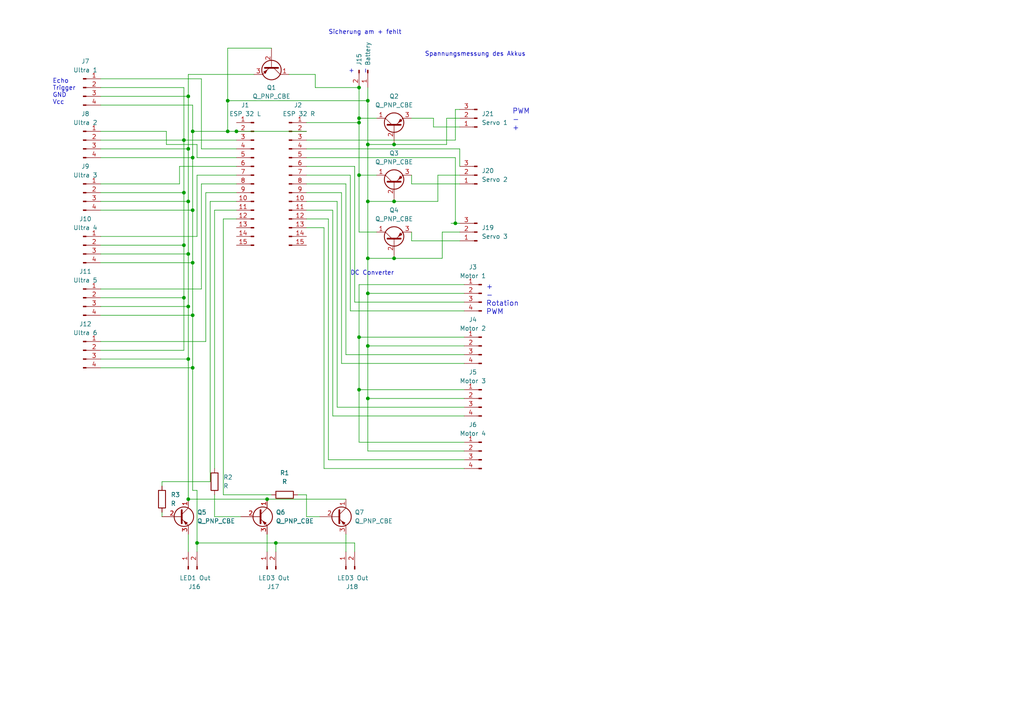
<source format=kicad_sch>
(kicad_sch (version 20230121) (generator eeschema)
  (paper "A4")
  (lib_symbols
    (symbol "Connector:Conn_01x02_Pin" (pin_names (offset 1.016) hide)
      (property "Reference" "J" (at 0 2.54 0))
      (property "Value" "Conn_01x02_Pin" (at 0 -5.08 0))
      (symbol "Conn_01x02_Pin_1_1"
        (polyline (pts (xy 1.27 -2.54) (xy 0.8636 -2.54)) (stroke (width 0.1524)))
        (polyline (pts (xy 1.27 0) (xy 0.8636 0)) (stroke (width 0.1524)))
        (rectangle (start 0.8636 -2.413) (end 0 -2.667) (stroke (width 0.1524)) (fill (type outline)))
        (rectangle (start 0.8636 0.127) (end 0 -0.127) (stroke (width 0.1524)) (fill (type outline)))
        (pin passive line (at 5.08 0 180) (length 3.81) (name "Pin_1") (number "1"))
        (pin passive line (at 5.08 -2.54 180) (length 3.81) (name "Pin_2") (number "2"))
      )
    )
    (symbol "Connector:Conn_01x03_Pin" (pin_names (offset 1.016) hide)
      (property "Reference" "J" (at 0 5.08 0))
      (property "Value" "Conn_01x03_Pin" (at 0 -5.08 0))
      (symbol "Conn_01x03_Pin_1_1"
        (polyline (pts (xy 1.27 -2.54) (xy 0.8636 -2.54)) (stroke (width 0.1524)))
        (polyline (pts (xy 1.27 0) (xy 0.8636 0)) (stroke (width 0.1524)))
        (polyline (pts (xy 1.27 2.54) (xy 0.8636 2.54)) (stroke (width 0.1524)))
        (rectangle (start 0.8636 -2.413) (end 0 -2.667) (stroke (width 0.1524)) (fill (type outline)))
        (rectangle (start 0.8636 0.127) (end 0 -0.127) (stroke (width 0.1524)) (fill (type outline)))
        (rectangle (start 0.8636 2.667) (end 0 2.413) (stroke (width 0.1524)) (fill (type outline)))
        (pin passive line (at 5.08 2.54 180) (length 3.81) (name "Pin_1") (number "1"))
        (pin passive line (at 5.08 0 180) (length 3.81) (name "Pin_2") (number "2"))
        (pin passive line (at 5.08 -2.54 180) (length 3.81) (name "Pin_3") (number "3"))
      )
    )
    (symbol "Connector:Conn_01x04_Pin" (pin_names (offset 1.016) hide)
      (property "Reference" "J" (at 0 5.08 0))
      (property "Value" "Conn_01x04_Pin" (at 0 -7.62 0))
      (symbol "Conn_01x04_Pin_1_1"
        (polyline (pts (xy 1.27 -5.08) (xy 0.8636 -5.08)) (stroke (width 0.1524)))
        (polyline (pts (xy 1.27 -2.54) (xy 0.8636 -2.54)) (stroke (width 0.1524)))
        (polyline (pts (xy 1.27 0) (xy 0.8636 0)) (stroke (width 0.1524)))
        (polyline (pts (xy 1.27 2.54) (xy 0.8636 2.54)) (stroke (width 0.1524)))
        (rectangle (start 0.8636 -4.953) (end 0 -5.207) (stroke (width 0.1524)) (fill (type outline)))
        (rectangle (start 0.8636 -2.413) (end 0 -2.667) (stroke (width 0.1524)) (fill (type outline)))
        (rectangle (start 0.8636 0.127) (end 0 -0.127) (stroke (width 0.1524)) (fill (type outline)))
        (rectangle (start 0.8636 2.667) (end 0 2.413) (stroke (width 0.1524)) (fill (type outline)))
        (pin passive line (at 5.08 2.54 180) (length 3.81) (name "Pin_1") (number "1"))
        (pin passive line (at 5.08 0 180) (length 3.81) (name "Pin_2") (number "2"))
        (pin passive line (at 5.08 -2.54 180) (length 3.81) (name "Pin_3") (number "3"))
        (pin passive line (at 5.08 -5.08 180) (length 3.81) (name "Pin_4") (number "4"))
      )
    )
    (symbol "Connector:Conn_01x15_Pin" (pin_names (offset 1.016) hide)
      (property "Reference" "J" (at 0 20.32 0))
      (property "Value" "Conn_01x15_Pin" (at 0 -20.32 0))
      (symbol "Conn_01x15_Pin_1_1"
        (polyline (pts (xy 1.27 -17.78) (xy 0.8636 -17.78)) (stroke (width 0.1524)))
        (polyline (pts (xy 1.27 -15.24) (xy 0.8636 -15.24)) (stroke (width 0.1524)))
        (polyline (pts (xy 1.27 -12.7) (xy 0.8636 -12.7)) (stroke (width 0.1524)))
        (polyline (pts (xy 1.27 -10.16) (xy 0.8636 -10.16)) (stroke (width 0.1524)))
        (polyline (pts (xy 1.27 -7.62) (xy 0.8636 -7.62)) (stroke (width 0.1524)))
        (polyline (pts (xy 1.27 -5.08) (xy 0.8636 -5.08)) (stroke (width 0.1524)))
        (polyline (pts (xy 1.27 -2.54) (xy 0.8636 -2.54)) (stroke (width 0.1524)))
        (polyline (pts (xy 1.27 0) (xy 0.8636 0)) (stroke (width 0.1524)))
        (polyline (pts (xy 1.27 2.54) (xy 0.8636 2.54)) (stroke (width 0.1524)))
        (polyline (pts (xy 1.27 5.08) (xy 0.8636 5.08)) (stroke (width 0.1524)))
        (polyline (pts (xy 1.27 7.62) (xy 0.8636 7.62)) (stroke (width 0.1524)))
        (polyline (pts (xy 1.27 10.16) (xy 0.8636 10.16)) (stroke (width 0.1524)))
        (polyline (pts (xy 1.27 12.7) (xy 0.8636 12.7)) (stroke (width 0.1524)))
        (polyline (pts (xy 1.27 15.24) (xy 0.8636 15.24)) (stroke (width 0.1524)))
        (polyline (pts (xy 1.27 17.78) (xy 0.8636 17.78)) (stroke (width 0.1524)))
        (rectangle (start 0.8636 -17.653) (end 0 -17.907) (stroke (width 0.1524)) (fill (type outline)))
        (rectangle (start 0.8636 -15.113) (end 0 -15.367) (stroke (width 0.1524)) (fill (type outline)))
        (rectangle (start 0.8636 -12.573) (end 0 -12.827) (stroke (width 0.1524)) (fill (type outline)))
        (rectangle (start 0.8636 -10.033) (end 0 -10.287) (stroke (width 0.1524)) (fill (type outline)))
        (rectangle (start 0.8636 -7.493) (end 0 -7.747) (stroke (width 0.1524)) (fill (type outline)))
        (rectangle (start 0.8636 -4.953) (end 0 -5.207) (stroke (width 0.1524)) (fill (type outline)))
        (rectangle (start 0.8636 -2.413) (end 0 -2.667) (stroke (width 0.1524)) (fill (type outline)))
        (rectangle (start 0.8636 0.127) (end 0 -0.127) (stroke (width 0.1524)) (fill (type outline)))
        (rectangle (start 0.8636 2.667) (end 0 2.413) (stroke (width 0.1524)) (fill (type outline)))
        (rectangle (start 0.8636 5.207) (end 0 4.953) (stroke (width 0.1524)) (fill (type outline)))
        (rectangle (start 0.8636 7.747) (end 0 7.493) (stroke (width 0.1524)) (fill (type outline)))
        (rectangle (start 0.8636 10.287) (end 0 10.033) (stroke (width 0.1524)) (fill (type outline)))
        (rectangle (start 0.8636 12.827) (end 0 12.573) (stroke (width 0.1524)) (fill (type outline)))
        (rectangle (start 0.8636 15.367) (end 0 15.113) (stroke (width 0.1524)) (fill (type outline)))
        (rectangle (start 0.8636 17.907) (end 0 17.653) (stroke (width 0.1524)) (fill (type outline)))
        (pin passive line (at 5.08 17.78 180) (length 3.81) (name "Pin_1") (number "1"))
        (pin passive line (at 5.08 -5.08 180) (length 3.81) (name "Pin_10") (number "10"))
        (pin passive line (at 5.08 -7.62 180) (length 3.81) (name "Pin_11") (number "11"))
        (pin passive line (at 5.08 -10.16 180) (length 3.81) (name "Pin_12") (number "12"))
        (pin passive line (at 5.08 -12.7 180) (length 3.81) (name "Pin_13") (number "13"))
        (pin passive line (at 5.08 -15.24 180) (length 3.81) (name "Pin_14") (number "14"))
        (pin passive line (at 5.08 -17.78 180) (length 3.81) (name "Pin_15") (number "15"))
        (pin passive line (at 5.08 15.24 180) (length 3.81) (name "Pin_2") (number "2"))
        (pin passive line (at 5.08 12.7 180) (length 3.81) (name "Pin_3") (number "3"))
        (pin passive line (at 5.08 10.16 180) (length 3.81) (name "Pin_4") (number "4"))
        (pin passive line (at 5.08 7.62 180) (length 3.81) (name "Pin_5") (number "5"))
        (pin passive line (at 5.08 5.08 180) (length 3.81) (name "Pin_6") (number "6"))
        (pin passive line (at 5.08 2.54 180) (length 3.81) (name "Pin_7") (number "7"))
        (pin passive line (at 5.08 0 180) (length 3.81) (name "Pin_8") (number "8"))
        (pin passive line (at 5.08 -2.54 180) (length 3.81) (name "Pin_9") (number "9"))
      )
    )
    (symbol "Device:Q_PNP_CBE" (pin_names (offset 0) hide)
      (property "Reference" "Q" (at 5.08 1.27 0))
      (property "Value" "Q_PNP_CBE" (at 5.08 -1.27 0))
      (symbol "Q_PNP_CBE_0_1"
        (polyline (pts (xy 0.635 0.635) (xy 2.54 2.54)))
        (polyline (pts (xy 0.635 -0.635) (xy 2.54 -2.54) (xy 2.54 -2.54)))
        (polyline (pts (xy 0.635 1.905) (xy 0.635 -1.905) (xy 0.635 -1.905)) (stroke (width 0.508)))
        (polyline (pts (xy 2.286 -1.778) (xy 1.778 -2.286) (xy 1.27 -1.27) (xy 2.286 -1.778) (xy 2.286 -1.778)) (fill (type outline)))
        (circle (center 1.27 0) (radius 2.8194) (stroke (width 0.254)))
      )
      (symbol "Q_PNP_CBE_1_1"
        (pin passive line (at 2.54 5.08 270) (length 2.54) (name "C") (number "1"))
        (pin input line (at -5.08 0 0) (length 5.715) (name "B") (number "2"))
        (pin passive line (at 2.54 -5.08 90) (length 2.54) (name "E") (number "3"))
      )
    )
    (symbol "Device:R" (pin_numbers hide) (pin_names (offset 0))
      (property "Reference" "R" (at 2.032 0 90))
      (property "Value" "R" (at 0 0 90))
      (symbol "R_0_1"
        (rectangle (start -1.016 -2.54) (end 1.016 2.54) (stroke (width 0.254)))
      )
      (symbol "R_1_1"
        (pin passive line (at 0 3.81 270) (length 1.27) (name "~") (number "1"))
        (pin passive line (at 0 -3.81 90) (length 1.27) (name "~") (number "2"))
      )
    )
  )
  (junction (at 104.14 34.29))
  (junction (at 54.61 27.94))
  (junction (at 54.61 73.66))
  (junction (at 114.3 58.42))
  (junction (at 55.88 106.68))
  (junction (at 104.14 97.79))
  (junction (at 106.68 115.57))
  (junction (at 54.61 88.9))
  (junction (at 53.34 40.64))
  (junction (at 132.08 64.77))
  (junction (at 77.47 144.78))
  (junction (at 104.14 50.8))
  (junction (at 114.3 74.93))
  (junction (at 104.14 35.56))
  (junction (at 54.61 144.78))
  (junction (at 53.34 55.88))
  (junction (at 106.68 85.09))
  (junction (at 55.88 45.72))
  (junction (at 114.3 41.91))
  (junction (at 80.01 157.48))
  (junction (at 53.34 86.36))
  (junction (at 68.58 38.1))
  (junction (at 53.34 71.12))
  (junction (at 55.88 76.2))
  (junction (at 104.14 113.03))
  (junction (at 106.68 29.21))
  (junction (at 106.68 41.91))
  (junction (at 106.68 100.33))
  (junction (at 54.61 104.14))
  (junction (at 66.04 29.21))
  (junction (at 55.88 38.1))
  (junction (at 55.88 91.44))
  (junction (at 57.15 157.48))
  (junction (at 104.14 25.4))
  (junction (at 55.88 60.96))
  (junction (at 54.61 58.42))
  (junction (at 106.68 58.42))
  (junction (at 54.61 43.18))
  (junction (at 106.68 74.93))
  (junction (at 66.04 38.1))
  (wire (pts (xy 130.81 64.77) (xy 132.08 64.77)))
  (wire (pts (xy 114.3 74.93) (xy 128.27 74.93)))
  (wire (pts (xy 68.58 43.18) (xy 58.42 43.18)))
  (wire (pts (xy 57.15 157.48) (xy 57.15 160.02)))
  (wire (pts (xy 77.47 154.94) (xy 77.47 160.02)))
  (wire (pts (xy 125.73 36.83) (xy 133.35 36.83)))
  (wire (pts (xy 58.42 53.34) (xy 58.42 83.82)))
  (wire (pts (xy 93.98 66.04) (xy 88.9 66.04)))
  (wire (pts (xy 104.14 113.03) (xy 104.14 97.79)))
  (wire (pts (xy 55.88 60.96) (xy 55.88 76.2)))
  (wire (pts (xy 106.68 29.21) (xy 106.68 41.91)))
  (wire (pts (xy 102.87 87.63) (xy 134.62 87.63)))
  (wire (pts (xy 64.77 143.51) (xy 78.74 143.51)))
  (wire (pts (xy 29.21 45.72) (xy 55.88 45.72)))
  (wire (pts (xy 134.62 97.79) (xy 104.14 97.79)))
  (wire (pts (xy 53.34 86.36) (xy 53.34 101.6)))
  (wire (pts (xy 104.14 25.4) (xy 104.14 34.29)))
  (wire (pts (xy 91.44 21.59) (xy 83.82 21.59)))
  (wire (pts (xy 68.58 40.64) (xy 53.34 40.64)))
  (wire (pts (xy 95.25 63.5) (xy 88.9 63.5)))
  (wire (pts (xy 88.9 55.88) (xy 99.06 55.88)))
  (wire (pts (xy 29.21 30.48) (xy 55.88 30.48)))
  (wire (pts (xy 106.68 115.57) (xy 134.62 115.57)))
  (wire (pts (xy 106.68 29.21) (xy 66.04 29.21)))
  (wire (pts (xy 54.61 27.94) (xy 54.61 43.18)))
  (wire (pts (xy 59.69 55.88) (xy 59.69 99.06)))
  (wire (pts (xy 134.62 105.41) (xy 99.06 105.41)))
  (wire (pts (xy 29.21 60.96) (xy 55.88 60.96)))
  (wire (pts (xy 88.9 35.56) (xy 104.14 35.56)))
  (wire (pts (xy 88.9 43.18) (xy 133.35 43.18)))
  (wire (pts (xy 102.87 87.63) (xy 102.87 48.26)))
  (wire (pts (xy 78.74 13.97) (xy 66.04 13.97)))
  (wire (pts (xy 68.58 50.8) (xy 57.15 50.8)))
  (wire (pts (xy 29.21 27.94) (xy 54.61 27.94)))
  (wire (pts (xy 68.58 63.5) (xy 64.77 63.5)))
  (wire (pts (xy 29.21 91.44) (xy 55.88 91.44)))
  (wire (pts (xy 46.99 139.7) (xy 46.99 140.97)))
  (wire (pts (xy 53.34 25.4) (xy 53.34 40.64)))
  (wire (pts (xy 66.04 38.1) (xy 68.58 38.1)))
  (wire (pts (xy 66.04 13.97) (xy 66.04 29.21)))
  (wire (pts (xy 119.38 67.31) (xy 119.38 69.85)))
  (wire (pts (xy 55.88 142.24) (xy 57.15 142.24)))
  (wire (pts (xy 133.35 50.8) (xy 127 50.8)))
  (wire (pts (xy 55.88 38.1) (xy 55.88 45.72)))
  (wire (pts (xy 129.54 34.29) (xy 133.35 34.29)))
  (wire (pts (xy 68.58 55.88) (xy 59.69 55.88)))
  (wire (pts (xy 133.35 67.31) (xy 128.27 67.31)))
  (wire (pts (xy 134.62 82.55) (xy 104.14 82.55)))
  (wire (pts (xy 29.21 99.06) (xy 59.69 99.06)))
  (wire (pts (xy 104.14 35.56) (xy 104.14 50.8)))
  (wire (pts (xy 68.58 38.1) (xy 88.9 38.1)))
  (wire (pts (xy 97.79 118.11) (xy 97.79 58.42)))
  (wire (pts (xy 106.68 41.91) (xy 114.3 41.91)))
  (wire (pts (xy 106.68 130.81) (xy 134.62 130.81)))
  (wire (pts (xy 29.21 73.66) (xy 54.61 73.66)))
  (wire (pts (xy 106.68 85.09) (xy 134.62 85.09)))
  (wire (pts (xy 132.08 64.77) (xy 133.35 64.77)))
  (wire (pts (xy 62.23 60.96) (xy 68.58 60.96)))
  (wire (pts (xy 54.61 154.94) (xy 54.61 160.02)))
  (wire (pts (xy 29.21 58.42) (xy 54.61 58.42)))
  (wire (pts (xy 53.34 40.64) (xy 53.34 55.88)))
  (wire (pts (xy 99.06 55.88) (xy 99.06 105.41)))
  (wire (pts (xy 95.25 133.35) (xy 134.62 133.35)))
  (wire (pts (xy 106.68 58.42) (xy 114.3 58.42)))
  (wire (pts (xy 55.88 45.72) (xy 55.88 60.96)))
  (wire (pts (xy 57.15 157.48) (xy 80.01 157.48)))
  (wire (pts (xy 88.9 143.51) (xy 88.9 149.86)))
  (wire (pts (xy 55.88 38.1) (xy 66.04 38.1)))
  (wire (pts (xy 73.66 21.59) (xy 54.61 21.59)))
  (wire (pts (xy 29.21 55.88) (xy 53.34 55.88)))
  (wire (pts (xy 53.34 101.6) (xy 29.21 101.6)))
  (wire (pts (xy 29.21 104.14) (xy 54.61 104.14)))
  (wire (pts (xy 101.6 50.8) (xy 88.9 50.8)))
  (wire (pts (xy 101.6 50.8) (xy 101.6 90.17)))
  (wire (pts (xy 134.62 113.03) (xy 104.14 113.03)))
  (wire (pts (xy 54.61 144.78) (xy 77.47 144.78)))
  (wire (pts (xy 134.62 135.89) (xy 93.98 135.89)))
  (wire (pts (xy 91.44 21.59) (xy 91.44 25.4)))
  (wire (pts (xy 104.14 128.27) (xy 104.14 113.03)))
  (wire (pts (xy 119.38 69.85) (xy 133.35 69.85)))
  (wire (pts (xy 106.68 100.33) (xy 106.68 115.57)))
  (wire (pts (xy 102.87 157.48) (xy 102.87 160.02)))
  (wire (pts (xy 91.44 25.4) (xy 104.14 25.4)))
  (wire (pts (xy 55.88 91.44) (xy 55.88 106.68)))
  (wire (pts (xy 62.23 135.89) (xy 62.23 60.96)))
  (wire (pts (xy 57.15 41.91) (xy 48.26 41.91)))
  (wire (pts (xy 119.38 34.29) (xy 125.73 34.29)))
  (wire (pts (xy 53.34 55.88) (xy 53.34 71.12)))
  (wire (pts (xy 104.14 34.29) (xy 109.22 34.29)))
  (wire (pts (xy 80.01 157.48) (xy 102.87 157.48)))
  (wire (pts (xy 29.21 88.9) (xy 54.61 88.9)))
  (wire (pts (xy 58.42 22.86) (xy 58.42 43.18)))
  (wire (pts (xy 132.08 45.72) (xy 88.9 45.72)))
  (wire (pts (xy 54.61 21.59) (xy 54.61 27.94)))
  (wire (pts (xy 104.14 50.8) (xy 104.14 67.31)))
  (wire (pts (xy 60.96 58.42) (xy 60.96 139.7)))
  (wire (pts (xy 127 50.8) (xy 127 58.42)))
  (wire (pts (xy 119.38 50.8) (xy 119.38 53.34)))
  (wire (pts (xy 29.21 76.2) (xy 55.88 76.2)))
  (wire (pts (xy 80.01 157.48) (xy 80.01 160.02)))
  (wire (pts (xy 104.14 82.55) (xy 104.14 97.79)))
  (wire (pts (xy 57.15 45.72) (xy 57.15 41.91)))
  (wire (pts (xy 64.77 63.5) (xy 64.77 143.51)))
  (wire (pts (xy 60.96 139.7) (xy 46.99 139.7)))
  (wire (pts (xy 104.14 34.29) (xy 104.14 35.56)))
  (wire (pts (xy 29.21 106.68) (xy 55.88 106.68)))
  (wire (pts (xy 88.9 40.64) (xy 132.08 40.64)))
  (wire (pts (xy 52.07 48.26) (xy 52.07 53.34)))
  (wire (pts (xy 106.68 115.57) (xy 106.68 130.81)))
  (wire (pts (xy 54.61 104.14) (xy 54.61 144.78)))
  (wire (pts (xy 106.68 85.09) (xy 106.68 100.33)))
  (wire (pts (xy 96.52 60.96) (xy 88.9 60.96)))
  (wire (pts (xy 100.33 154.94) (xy 100.33 160.02)))
  (wire (pts (xy 54.61 88.9) (xy 54.61 104.14)))
  (wire (pts (xy 29.21 53.34) (xy 52.07 53.34)))
  (wire (pts (xy 132.08 64.77) (xy 132.08 45.72)))
  (wire (pts (xy 57.15 50.8) (xy 57.15 68.58)))
  (wire (pts (xy 104.14 50.8) (xy 109.22 50.8)))
  (wire (pts (xy 53.34 86.36) (xy 29.21 86.36)))
  (wire (pts (xy 68.58 45.72) (xy 57.15 45.72)))
  (wire (pts (xy 97.79 58.42) (xy 88.9 58.42)))
  (wire (pts (xy 100.33 53.34) (xy 100.33 102.87)))
  (wire (pts (xy 77.47 144.78) (xy 100.33 144.78)))
  (wire (pts (xy 46.99 148.59) (xy 46.99 149.86)))
  (wire (pts (xy 102.87 48.26) (xy 88.9 48.26)))
  (wire (pts (xy 125.73 34.29) (xy 125.73 36.83)))
  (wire (pts (xy 133.35 48.26) (xy 133.35 43.18)))
  (wire (pts (xy 95.25 133.35) (xy 95.25 63.5)))
  (wire (pts (xy 88.9 53.34) (xy 100.33 53.34)))
  (wire (pts (xy 29.21 40.64) (xy 53.34 40.64)))
  (wire (pts (xy 55.88 38.1) (xy 55.88 30.48)))
  (wire (pts (xy 104.14 67.31) (xy 109.22 67.31)))
  (wire (pts (xy 62.23 143.51) (xy 62.23 149.86)))
  (wire (pts (xy 133.35 53.34) (xy 119.38 53.34)))
  (wire (pts (xy 97.79 118.11) (xy 134.62 118.11)))
  (wire (pts (xy 132.08 31.75) (xy 133.35 31.75)))
  (wire (pts (xy 29.21 68.58) (xy 57.15 68.58)))
  (wire (pts (xy 106.68 74.93) (xy 106.68 85.09)))
  (wire (pts (xy 114.3 41.91) (xy 129.54 41.91)))
  (wire (pts (xy 54.61 73.66) (xy 54.61 88.9)))
  (wire (pts (xy 128.27 67.31) (xy 128.27 74.93)))
  (wire (pts (xy 106.68 74.93) (xy 114.3 74.93)))
  (wire (pts (xy 53.34 71.12) (xy 53.34 86.36)))
  (wire (pts (xy 66.04 29.21) (xy 66.04 38.1)))
  (wire (pts (xy 134.62 90.17) (xy 101.6 90.17)))
  (wire (pts (xy 96.52 120.65) (xy 96.52 60.96)))
  (wire (pts (xy 68.58 58.42) (xy 60.96 58.42)))
  (wire (pts (xy 48.26 38.1) (xy 48.26 41.91)))
  (wire (pts (xy 134.62 128.27) (xy 104.14 128.27)))
  (wire (pts (xy 86.36 143.51) (xy 88.9 143.51)))
  (wire (pts (xy 58.42 22.86) (xy 29.21 22.86)))
  (wire (pts (xy 54.61 58.42) (xy 54.61 73.66)))
  (wire (pts (xy 48.26 38.1) (xy 29.21 38.1)))
  (wire (pts (xy 57.15 142.24) (xy 57.15 157.48)))
  (wire (pts (xy 93.98 135.89) (xy 93.98 66.04)))
  (wire (pts (xy 88.9 149.86) (xy 92.71 149.86)))
  (wire (pts (xy 106.68 41.91) (xy 106.68 58.42)))
  (wire (pts (xy 55.88 76.2) (xy 55.88 91.44)))
  (wire (pts (xy 55.88 106.68) (xy 55.88 142.24)))
  (wire (pts (xy 53.34 71.12) (xy 29.21 71.12)))
  (wire (pts (xy 134.62 120.65) (xy 96.52 120.65)))
  (wire (pts (xy 114.3 58.42) (xy 127 58.42)))
  (wire (pts (xy 106.68 100.33) (xy 134.62 100.33)))
  (wire (pts (xy 106.68 58.42) (xy 106.68 74.93)))
  (wire (pts (xy 132.08 40.64) (xy 132.08 31.75)))
  (wire (pts (xy 62.23 149.86) (xy 69.85 149.86)))
  (wire (pts (xy 129.54 41.91) (xy 129.54 34.29)))
  (wire (pts (xy 53.34 25.4) (xy 29.21 25.4)))
  (wire (pts (xy 29.21 83.82) (xy 58.42 83.82)))
  (wire (pts (xy 54.61 43.18) (xy 54.61 58.42)))
  (wire (pts (xy 68.58 53.34) (xy 58.42 53.34)))
  (wire (pts (xy 29.21 43.18) (xy 54.61 43.18)))
  (wire (pts (xy 106.68 25.4) (xy 106.68 29.21)))
  (wire (pts (xy 68.58 48.26) (xy 52.07 48.26)))
  (wire (pts (xy 100.33 102.87) (xy 134.62 102.87)))
  (text "+\n-\nRotation\nPWM" (at 140.97 91.44 0) (effects (font (size 1.5 1.5)) (justify left bottom)))
  (text "DC Converter" (at 101.6 80.01 0) (effects (font (size 1.27 1.27)) (justify left bottom)))
  (text "Echo\nTrigger\nGND\nVcc" (at 15.24 30.48 0) (effects (font (size 1.27 1.27)) (justify left bottom)))
  (text "PWM\n-\n+" (at 148.59 38.1 0) (effects (font (size 1.5 1.5)) (justify left bottom)))
  (text "Sicherung am + fehlt" (at 95.25 10.16 0) (effects (font (size 1.27 1.27)) (justify left bottom)))
  (text "+\n\n-" (at 106.68 21.59 90) (effects (font (size 1.27 1.27)) (justify left bottom)))
  (text "Spannungsmessung des Akkus" (at 123.19 16.51 0) (effects (font (size 1.27 1.27)) (justify left bottom)))
  (symbol (lib_id "Connector:Conn_01x03_Pin") (at 138.43 34.29 180) (unit 1)
    (property "Reference" "J21" (at 139.7 33.02 0) (effects (justify right)))
    (property "Value" "Servo 1" (at 139.7 35.56 0) (effects (justify right)))
    (property "Footprint" "Connector_PinHeader_2.54mm:PinHeader_1x03_P2.54mm_Vertical" (effects hide))
  )
  (symbol (lib_id "Connector:Conn_01x04_Pin") (at 139.7 85.09 0) (mirror y) (unit 1)
    (property "Reference" "J3" (at 137.16 77.47 0))
    (property "Value" "Motor 1" (at 137.16 80.01 0))
    (property "Footprint" "Connector_PinHeader_2.54mm:PinHeader_1x04_P2.54mm_Vertical" (effects hide))
  )
  (symbol (lib_id "Device:R") (at 82.55 143.51 90) (unit 1)
    (property "Reference" "R1" (at 82.55 137.16 90))
    (property "Value" "R" (at 82.55 139.7 90))
    (property "Footprint" "Resistor_THT:R_Axial_DIN0207_L6.3mm_D2.5mm_P10.16mm_Horizontal" (effects hide))
  )
  (symbol (lib_id "Connector:Conn_01x04_Pin") (at 139.7 130.81 0) (mirror y) (unit 1)
    (property "Reference" "J6" (at 137.16 123.19 0))
    (property "Value" "Motor 4" (at 137.16 125.73 0))
    (property "Footprint" "Connector_PinHeader_2.54mm:PinHeader_1x04_P2.54mm_Vertical" (effects hide))
  )
  (symbol (lib_id "Connector:Conn_01x02_Pin") (at 100.33 165.1 90) (unit 1)
    (property "Reference" "J18" (at 100.33 170.18 90) (effects (justify right)))
    (property "Value" "LED3 Out" (at 97.79 167.64 90) (effects (justify right)))
    (property "Footprint" "Connector_PinHeader_2.54mm:PinHeader_1x02_P2.54mm_Vertical" (effects hide))
  )
  (symbol (lib_id "Device:Q_PNP_CBE") (at 114.3 53.34 90) (unit 1)
    (property "Reference" "Q3" (at 114.3 44.45 90))
    (property "Value" "Q_PNP_CBE" (at 114.3 46.99 90))
    (property "Footprint" "Connector_PinHeader_2.54mm:PinHeader_1x03_P2.54mm_Vertical" (effects hide))
  )
  (symbol (lib_id "Connector:Conn_01x02_Pin") (at 106.68 20.32 270) (unit 1)
    (property "Reference" "J15" (at 104.14 19.05 0) (effects (justify right)))
    (property "Value" "Battery" (at 106.68 19.05 0) (effects (justify right)))
    (property "Footprint" "Connector_Wire:SolderWire-0.5sqmm_1x02_P4.6mm_D0.9mm_OD2.1mm" (effects hide))
  )
  (symbol (lib_id "Connector:Conn_01x04_Pin") (at 24.13 55.88 0) (unit 1)
    (property "Reference" "J9" (at 24.765 48.26 0))
    (property "Value" "Ultra 3" (at 24.765 50.8 0))
    (property "Footprint" "Connector_PinHeader_2.54mm:PinHeader_1x04_P2.54mm_Vertical" (effects hide))
  )
  (symbol (lib_id "Device:Q_PNP_CBE") (at 52.07 149.86 0) (unit 1)
    (property "Reference" "Q5" (at 57.15 148.59 0) (effects (justify left)))
    (property "Value" "Q_PNP_CBE" (at 57.15 151.13 0) (effects (justify left)))
    (property "Footprint" "Connector_PinHeader_2.54mm:PinHeader_1x03_P2.54mm_Vertical" (effects hide))
  )
  (symbol (lib_id "Device:R") (at 62.23 139.7 0) (unit 1)
    (property "Reference" "R2" (at 64.77 138.43 0) (effects (justify left)))
    (property "Value" "R" (at 64.77 140.97 0) (effects (justify left)))
    (property "Footprint" "Resistor_THT:R_Axial_DIN0207_L6.3mm_D2.5mm_P10.16mm_Horizontal" (effects hide))
  )
  (symbol (lib_id "Connector:Conn_01x03_Pin") (at 138.43 50.8 180) (unit 1)
    (property "Reference" "J20" (at 139.7 49.53 0) (effects (justify right)))
    (property "Value" "Servo 2" (at 139.7 52.07 0) (effects (justify right)))
    (property "Footprint" "Connector_PinHeader_2.54mm:PinHeader_1x03_P2.54mm_Vertical" (effects hide))
  )
  (symbol (lib_id "Connector:Conn_01x04_Pin") (at 24.13 101.6 0) (unit 1)
    (property "Reference" "J12" (at 24.765 93.98 0))
    (property "Value" "Ultra 6" (at 24.765 96.52 0))
    (property "Footprint" "Connector_PinHeader_2.54mm:PinHeader_1x04_P2.54mm_Vertical" (effects hide))
  )
  (symbol (lib_id "Device:Q_PNP_CBE") (at 114.3 36.83 90) (unit 1)
    (property "Reference" "Q2" (at 114.3 27.94 90))
    (property "Value" "Q_PNP_CBE" (at 114.3 30.48 90))
    (property "Footprint" "Connector_PinHeader_2.54mm:PinHeader_1x03_P2.54mm_Vertical" (effects hide))
  )
  (symbol (lib_id "Connector:Conn_01x04_Pin") (at 24.13 86.36 0) (unit 1)
    (property "Reference" "J11" (at 24.765 78.74 0))
    (property "Value" "Ultra 5" (at 24.765 81.28 0))
    (property "Footprint" "Connector_PinHeader_2.54mm:PinHeader_1x04_P2.54mm_Vertical" (effects hide))
  )
  (symbol (lib_id "Connector:Conn_01x04_Pin") (at 24.13 40.64 0) (unit 1)
    (property "Reference" "J8" (at 24.765 33.02 0))
    (property "Value" "Ultra 2" (at 24.765 35.56 0))
    (property "Footprint" "Connector_PinHeader_2.54mm:PinHeader_1x04_P2.54mm_Vertical" (effects hide))
  )
  (symbol (lib_id "Connector:Conn_01x04_Pin") (at 139.7 115.57 0) (mirror y) (unit 1)
    (property "Reference" "J5" (at 137.16 107.95 0))
    (property "Value" "Motor 3" (at 137.16 110.49 0))
    (property "Footprint" "Connector_PinHeader_2.54mm:PinHeader_1x04_P2.54mm_Vertical" (effects hide))
  )
  (symbol (lib_id "Connector:Conn_01x03_Pin") (at 138.43 67.31 180) (unit 1)
    (property "Reference" "J19" (at 139.7 66.04 0) (effects (justify right)))
    (property "Value" "Servo 3" (at 139.7 68.58 0) (effects (justify right)))
    (property "Footprint" "Connector_PinHeader_2.54mm:PinHeader_1x03_P2.54mm_Vertical" (effects hide))
  )
  (symbol (lib_id "Device:Q_PNP_CBE") (at 78.74 19.05 270) (unit 1)
    (property "Reference" "Q1" (at 78.74 25.4 90))
    (property "Value" "Q_PNP_CBE" (at 78.74 27.94 90))
    (property "Footprint" "Connector_PinHeader_2.54mm:PinHeader_1x03_P2.54mm_Vertical" (effects hide))
  )
  (symbol (lib_id "Connector:Conn_01x04_Pin") (at 139.7 100.33 0) (mirror y) (unit 1)
    (property "Reference" "J4" (at 137.16 92.71 0))
    (property "Value" "Motor 2" (at 137.16 95.25 0))
    (property "Footprint" "Connector_PinHeader_2.54mm:PinHeader_1x04_P2.54mm_Vertical" (effects hide))
  )
  (symbol (lib_id "Device:R") (at 46.99 144.78 0) (unit 1)
    (property "Reference" "R3" (at 49.53 143.51 0) (effects (justify left)))
    (property "Value" "R" (at 49.53 146.05 0) (effects (justify left)))
    (property "Footprint" "Resistor_THT:R_Axial_DIN0207_L6.3mm_D2.5mm_P10.16mm_Horizontal" (effects hide))
  )
  (symbol (lib_id "Connector:Conn_01x04_Pin") (at 24.13 71.12 0) (unit 1)
    (property "Reference" "J10" (at 24.765 63.5 0))
    (property "Value" "Ultra 4" (at 24.765 66.04 0))
    (property "Footprint" "Connector_PinHeader_2.54mm:PinHeader_1x04_P2.54mm_Vertical" (effects hide))
  )
  (symbol (lib_id "Connector:Conn_01x15_Pin") (at 83.82 53.34 0) (unit 1)
    (property "Reference" "J2" (at 87.63 30.48 0) (effects (justify right)))
    (property "Value" "ESP 32 R" (at 91.44 33.02 0) (effects (justify right)))
    (property "Footprint" "Connector_PinHeader_2.54mm:PinHeader_1x15_P2.54mm_Vertical" (effects hide))
  )
  (symbol (lib_id "Connector:Conn_01x02_Pin") (at 77.47 165.1 90) (unit 1)
    (property "Reference" "J17" (at 77.47 170.18 90) (effects (justify right)))
    (property "Value" "LED3 Out" (at 74.93 167.64 90) (effects (justify right)))
    (property "Footprint" "Connector_PinHeader_2.54mm:PinHeader_1x02_P2.54mm_Vertical" (effects hide))
  )
  (symbol (lib_id "Connector:Conn_01x02_Pin") (at 54.61 165.1 90) (unit 1)
    (property "Reference" "J16" (at 54.61 170.18 90) (effects (justify right)))
    (property "Value" "LED1 Out" (at 52.07 167.64 90) (effects (justify right)))
    (property "Footprint" "Connector_PinHeader_2.54mm:PinHeader_1x02_P2.54mm_Vertical" (effects hide))
  )
  (symbol (lib_id "Connector:Conn_01x15_Pin") (at 73.66 53.34 0) (mirror y) (unit 1)
    (property "Reference" "J1" (at 71.12 30.48 0))
    (property "Value" "ESP 32 L" (at 71.12 33.02 0))
    (property "Footprint" "Connector_PinHeader_2.54mm:PinHeader_1x15_P2.54mm_Vertical" (effects hide))
  )
  (symbol (lib_id "Device:Q_PNP_CBE") (at 74.93 149.86 0) (unit 1)
    (property "Reference" "Q6" (at 80.01 148.59 0) (effects (justify left)))
    (property "Value" "Q_PNP_CBE" (at 80.01 151.13 0) (effects (justify left)))
    (property "Footprint" "Connector_PinHeader_2.54mm:PinHeader_1x03_P2.54mm_Vertical" (effects hide))
  )
  (symbol (lib_id "Device:Q_PNP_CBE") (at 97.79 149.86 0) (unit 1)
    (property "Reference" "Q7" (at 102.87 148.59 0) (effects (justify left)))
    (property "Value" "Q_PNP_CBE" (at 102.87 151.13 0) (effects (justify left)))
    (property "Footprint" "Connector_PinHeader_2.54mm:PinHeader_1x03_P2.54mm_Vertical" (effects hide))
  )
  (symbol (lib_id "Connector:Conn_01x04_Pin") (at 24.13 25.4 0) (unit 1)
    (property "Reference" "J7" (at 24.765 17.78 0))
    (property "Value" "Ultra 1" (at 24.765 20.32 0))
    (property "Footprint" "Connector_PinHeader_2.54mm:PinHeader_1x04_P2.54mm_Vertical" (effects hide))
  )
  (symbol (lib_id "Device:Q_PNP_CBE") (at 114.3 69.85 90) (unit 1)
    (property "Reference" "Q4" (at 114.3 60.96 90))
    (property "Value" "Q_PNP_CBE" (at 114.3 63.5 90))
    (property "Footprint" "Connector_PinHeader_2.54mm:PinHeader_1x03_P2.54mm_Vertical" (effects hide))
  )
)
</source>
